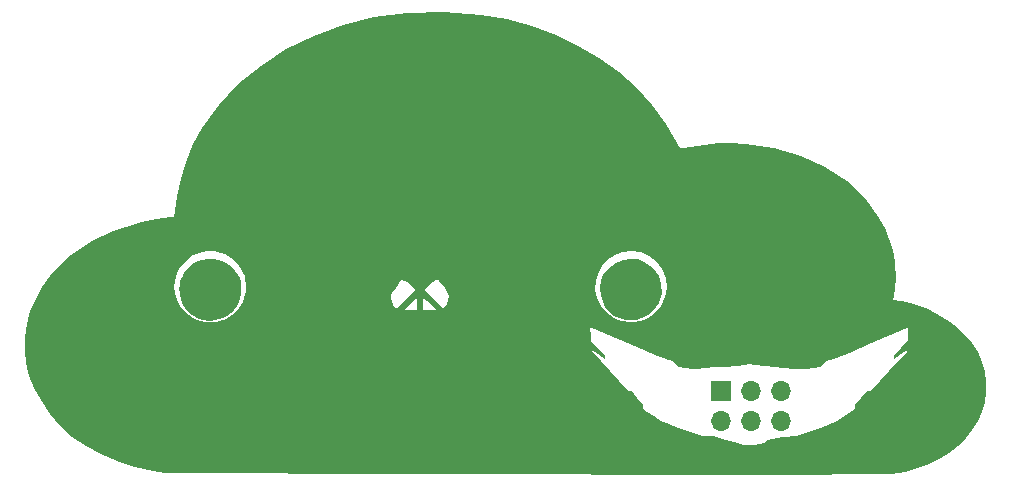
<source format=gtl>
%TF.GenerationSoftware,KiCad,Pcbnew,(5.1.12-1-10_14)*%
%TF.CreationDate,2022-04-05T15:16:14-04:00*%
%TF.ProjectId,sr-71,73722d37-312e-46b6-9963-61645f706362,rev?*%
%TF.SameCoordinates,Original*%
%TF.FileFunction,Copper,L1,Top*%
%TF.FilePolarity,Positive*%
%FSLAX46Y46*%
G04 Gerber Fmt 4.6, Leading zero omitted, Abs format (unit mm)*
G04 Created by KiCad (PCBNEW (5.1.12-1-10_14)) date 2022-04-05 15:16:14*
%MOMM*%
%LPD*%
G01*
G04 APERTURE LIST*
%TA.AperFunction,EtchedComponent*%
%ADD10C,0.150000*%
%TD*%
%TA.AperFunction,ComponentPad*%
%ADD11R,1.700000X1.700000*%
%TD*%
%TA.AperFunction,ComponentPad*%
%ADD12O,1.700000X1.700000*%
%TD*%
G04 APERTURE END LIST*
D10*
G36*
X151635026Y-80512640D02*
G01*
X131833652Y-100736728D01*
X132159214Y-100750169D01*
X132474954Y-100796677D01*
X132781397Y-100876259D01*
X133075953Y-100987879D01*
X133357589Y-101131539D01*
X133625789Y-101306723D01*
X133878487Y-101512396D01*
X134114649Y-101749074D01*
X134315671Y-101998153D01*
X134488785Y-102271523D01*
X134632965Y-102564528D01*
X134747170Y-102869936D01*
X134829333Y-103184129D01*
X134877392Y-103501420D01*
X134889801Y-103815613D01*
X134865010Y-104122056D01*
X134802997Y-104438315D01*
X134714115Y-104739072D01*
X134598360Y-105024325D01*
X134457800Y-105292528D01*
X134293983Y-105542641D01*
X134108465Y-105773117D01*
X133902794Y-105982923D01*
X133678518Y-106171026D01*
X133437188Y-106336391D01*
X133180357Y-106477983D01*
X132909572Y-106593738D01*
X132626386Y-106683138D01*
X132331831Y-106745151D01*
X132028489Y-106778740D01*
X131716881Y-106782867D01*
X131398555Y-106754962D01*
X131049221Y-106682098D01*
X130705572Y-106561176D01*
X130374327Y-106397361D01*
X130061685Y-106194788D01*
X129773847Y-105958627D01*
X129518048Y-105693011D01*
X129299457Y-105402589D01*
X129124792Y-105092532D01*
X128952707Y-104659999D01*
X128846255Y-104234186D01*
X128805430Y-103815605D01*
X128830750Y-103404262D01*
X128941854Y-102884396D01*
X129123755Y-102427061D01*
X129389373Y-102005897D01*
X129752141Y-101595071D01*
X129957296Y-101406452D01*
X130168653Y-101242635D01*
X130387760Y-101103110D01*
X130617204Y-100986839D01*
X130856982Y-100893303D01*
X131109165Y-100821990D01*
X131656934Y-100743443D01*
X131833652Y-100736723D01*
X131833652Y-100736728D01*
X151635026Y-80512640D01*
X167468685Y-100747068D01*
X168303260Y-100845768D01*
X168975053Y-101133090D01*
X169558480Y-101574923D01*
X170096431Y-102248269D01*
X170421477Y-103045117D01*
X170497442Y-103863156D01*
X170350164Y-104671892D01*
X170014265Y-105388127D01*
X169496986Y-105983958D01*
X168900123Y-106410805D01*
X168294473Y-106662469D01*
X167515193Y-106755486D01*
X166626876Y-106666085D01*
X165989188Y-106380314D01*
X165383541Y-105934349D01*
X164952042Y-105417067D01*
X164612529Y-104755609D01*
X164463185Y-104073478D01*
X164473001Y-103320038D01*
X164646118Y-102662712D01*
X164992352Y-102008490D01*
X165452271Y-101508261D01*
X166099260Y-101061261D01*
X166669252Y-100830782D01*
X167468685Y-100747068D01*
X151635026Y-80512640D01*
X151122912Y-103093179D01*
X151230917Y-103256474D01*
X151689287Y-103903465D01*
X151983326Y-104346849D01*
X152029319Y-104479140D01*
X152039135Y-104617631D01*
X151992626Y-104926656D01*
X151877906Y-105247051D01*
X151731144Y-105497683D01*
X151589552Y-105598968D01*
X150748259Y-104815037D01*
X149965878Y-104031105D01*
X150279037Y-103708644D01*
X150684696Y-103356727D01*
X150949798Y-103210482D01*
X151122912Y-103093179D01*
X151635026Y-80512640D01*
X148077105Y-103160356D01*
X148362358Y-103270944D01*
X148651230Y-103458529D01*
X148943200Y-103722596D01*
X149236205Y-104031105D01*
X148455375Y-104815037D01*
X147615632Y-105598968D01*
X147441484Y-105442388D01*
X147238913Y-105049129D01*
X147167600Y-104621251D01*
X147177416Y-104468803D01*
X147224959Y-104328762D01*
X147558273Y-103838351D01*
X148011991Y-103217718D01*
X148077105Y-103160356D01*
X151635026Y-80512640D01*
X149335943Y-104682226D01*
X149369531Y-105201058D01*
X149361276Y-105719375D01*
X148818674Y-105733318D01*
X148276072Y-105724005D01*
X148790253Y-105187604D01*
X149335943Y-104682226D01*
X151635026Y-80512640D01*
X149869242Y-104682226D01*
X150417530Y-105182972D01*
X150929642Y-105719375D01*
X150404610Y-105743134D01*
X149851674Y-105711612D01*
X149819633Y-105176762D01*
X149835640Y-104835695D01*
X149869242Y-104682226D01*
X151635026Y-80512640D01*
X164029617Y-107281035D01*
X164101449Y-107281035D01*
X164173278Y-107281035D01*
X166362809Y-108211728D01*
X168552339Y-109141903D01*
X169473213Y-109527927D01*
X170395122Y-109913433D01*
X170710347Y-109993014D01*
X171026608Y-110073112D01*
X171279304Y-110298423D01*
X171533037Y-110524766D01*
X172100959Y-110617267D01*
X172668885Y-110709768D01*
X173147924Y-110695825D01*
X173626965Y-110682384D01*
X174594864Y-110575413D01*
X175295597Y-110529939D01*
X176501726Y-110482912D01*
X177004019Y-110399198D01*
X177506831Y-110317031D01*
X178009126Y-110401264D01*
X181288512Y-110723725D01*
X181804759Y-110717004D01*
X182322041Y-110709781D01*
X182889448Y-110617280D01*
X183457373Y-110525811D01*
X183711104Y-110299468D01*
X183964318Y-110073644D01*
X184299698Y-109989411D01*
X184635079Y-109904662D01*
X186140412Y-109272141D01*
X187645230Y-108639105D01*
X189242033Y-107961628D01*
X190838836Y-107283634D01*
X190892062Y-107283104D01*
X190945288Y-107282575D01*
X190945288Y-107785903D01*
X190945288Y-108289233D01*
X190341707Y-108935705D01*
X189738643Y-109582177D01*
X189738643Y-109748574D01*
X189738643Y-109914973D01*
X190318969Y-109473661D01*
X190899296Y-109031828D01*
X190852271Y-109154301D01*
X190805244Y-109276258D01*
X189295775Y-110938688D01*
X187786825Y-112600602D01*
X187628178Y-112577875D01*
X187470047Y-112555147D01*
X186971887Y-113156145D01*
X186473727Y-113757141D01*
X186473727Y-113948861D01*
X186473727Y-114140580D01*
X185693928Y-114650628D01*
X184913614Y-115161189D01*
X184315203Y-115408720D01*
X183716271Y-115656767D01*
X182564921Y-116047440D01*
X181414605Y-116438632D01*
X180343352Y-116486175D01*
X179810568Y-116566788D01*
X179069526Y-116769877D01*
X178702107Y-116956946D01*
X178347089Y-117051513D01*
X177992590Y-117146083D01*
X177459806Y-117141956D01*
X177460336Y-117142485D01*
X176927552Y-117137828D01*
X176856755Y-117111476D01*
X176785958Y-117085626D01*
X176500189Y-117012246D01*
X176214934Y-116939383D01*
X175210861Y-116647926D01*
X174480156Y-116439153D01*
X173576337Y-116439153D01*
X172448238Y-116056233D01*
X171320658Y-115673309D01*
X170668503Y-115391673D01*
X170016863Y-115110553D01*
X169426202Y-114738483D01*
X168836057Y-114365894D01*
X168676894Y-114219135D01*
X168516697Y-114072373D01*
X168516697Y-113915277D01*
X168516697Y-113757665D01*
X168018537Y-113156666D01*
X167520374Y-112555671D01*
X167362246Y-112579430D01*
X167203599Y-112603190D01*
X165683795Y-110919056D01*
X164163473Y-109234922D01*
X164130918Y-109136220D01*
X164097327Y-109037001D01*
X164675071Y-109476251D01*
X165251778Y-109915500D01*
X165251778Y-109719128D01*
X165251778Y-109521725D01*
X164667835Y-108934681D01*
X164083891Y-108347121D01*
X164056504Y-107815369D01*
X164030152Y-107283102D01*
X164029623Y-107280985D01*
X164029617Y-107281035D01*
X151635026Y-80512640D01*
X148499301Y-80567932D01*
X145733577Y-80963773D01*
X143089294Y-81622649D01*
X140591257Y-82531120D01*
X138264265Y-83675236D01*
X136133131Y-85040528D01*
X134223170Y-86613558D01*
X132558155Y-88380374D01*
X131163407Y-90327028D01*
X130397563Y-91723324D01*
X129783131Y-93168714D01*
X129331996Y-94634256D01*
X129053977Y-96090499D01*
X128879309Y-97396879D01*
X128812132Y-97878503D01*
X128411121Y-97901231D01*
X127273206Y-98025254D01*
X126041240Y-98263998D01*
X123635702Y-99007623D01*
X121793437Y-99902142D01*
X120087599Y-101088632D01*
X119140370Y-101927858D01*
X118317680Y-102826510D01*
X117622117Y-103777357D01*
X117057292Y-104775746D01*
X116625794Y-105815477D01*
X116330204Y-106889830D01*
X116173626Y-107994154D01*
X116159154Y-109122252D01*
X116278010Y-110261199D01*
X116526572Y-111310232D01*
X116925514Y-112333423D01*
X117494471Y-113396408D01*
X118260834Y-114517270D01*
X119156385Y-115536329D01*
X120177513Y-116451001D01*
X121319563Y-117259737D01*
X122579951Y-117959955D01*
X123954027Y-118548549D01*
X125438173Y-119023455D01*
X127028774Y-119382606D01*
X128010108Y-119562441D01*
X149010894Y-119602747D01*
X179384751Y-119664760D01*
X189559324Y-119598614D01*
X190662099Y-119423947D01*
X191703377Y-119151611D01*
X192676962Y-118789360D01*
X193577683Y-118344944D01*
X194400889Y-117825597D01*
X195140894Y-117239068D01*
X195793050Y-116592596D01*
X196351157Y-115893413D01*
X196811077Y-115148757D01*
X197166610Y-114366892D01*
X197412591Y-113555055D01*
X197544367Y-112719964D01*
X197556246Y-111869887D01*
X197443074Y-111011541D01*
X197199678Y-110153196D01*
X196820890Y-109301568D01*
X196339266Y-108534173D01*
X195739818Y-107815872D01*
X195034953Y-107153895D01*
X194238102Y-106558583D01*
X193363220Y-106037684D01*
X192422708Y-105600503D01*
X191430521Y-105256338D01*
X190400093Y-105013458D01*
X189685924Y-104884268D01*
X189748972Y-104553538D01*
X189881264Y-103123651D01*
X189817184Y-101693247D01*
X189622879Y-100694342D01*
X189329359Y-99730060D01*
X188941784Y-98802984D01*
X188462745Y-97916733D01*
X187249898Y-96280142D01*
X185723376Y-94846119D01*
X183915219Y-93639992D01*
X181859012Y-92688111D01*
X179587316Y-92015802D01*
X177132170Y-91649415D01*
X175934827Y-91585854D01*
X174807763Y-91615826D01*
X171865824Y-92023555D01*
X171617261Y-91981179D01*
X171375932Y-91560015D01*
X170455574Y-89984919D01*
X169269600Y-88354009D01*
X167936349Y-86909138D01*
X166438249Y-85590354D01*
X164788220Y-84404380D01*
X163000216Y-83358966D01*
X161087670Y-82461346D01*
X159064023Y-81718240D01*
X156943221Y-81136363D01*
X154738189Y-80723468D01*
X151635026Y-80512640D01*
G37*
G36*
X132007801Y-101404909D02*
G01*
X131596456Y-101419382D01*
X131188730Y-101488629D01*
X130807357Y-101609551D01*
X130474562Y-101778017D01*
X130225996Y-101956817D01*
X130004823Y-102156805D01*
X129810002Y-102375914D01*
X129643603Y-102611558D01*
X129504594Y-102861155D01*
X129394524Y-103121605D01*
X129312874Y-103391872D01*
X129260164Y-103667825D01*
X129236907Y-103947394D01*
X129243098Y-104227998D01*
X129279272Y-104507051D01*
X129346452Y-104781969D01*
X129444121Y-105050685D01*
X129572795Y-105309585D01*
X129732990Y-105556598D01*
X129925228Y-105789658D01*
X130111778Y-105975176D01*
X130306083Y-106135374D01*
X130511238Y-106272833D01*
X130730348Y-106387037D01*
X130966507Y-106481607D01*
X131223340Y-106556537D01*
X131809866Y-106654722D01*
X132243949Y-106609248D01*
X132613953Y-106529666D01*
X132965352Y-106397891D01*
X133292980Y-106217024D01*
X133591155Y-105992231D01*
X133856770Y-105727130D01*
X134083629Y-105426372D01*
X134266565Y-105094095D01*
X134401957Y-104734426D01*
X134453633Y-104442972D01*
X134475858Y-104069351D01*
X134467603Y-103689528D01*
X134426778Y-103379987D01*
X134324974Y-103063209D01*
X134170979Y-102755737D01*
X133971509Y-102463764D01*
X133733278Y-102195045D01*
X133463012Y-101955267D01*
X133166390Y-101751146D01*
X132851163Y-101589398D01*
X132523019Y-101476228D01*
X132272903Y-101427134D01*
X132007801Y-101404909D01*
G37*
G36*
X167479019Y-101408534D02*
G01*
X166803094Y-101485015D01*
X166159720Y-101739779D01*
X165588180Y-102188849D01*
X165217142Y-102633264D01*
X164967028Y-103156232D01*
X164835771Y-103853345D01*
X164888481Y-104560280D01*
X165295175Y-105522495D01*
X166016577Y-106213407D01*
X166945204Y-106598916D01*
X167950308Y-106595820D01*
X168936297Y-106180340D01*
X169449443Y-105731789D01*
X169824614Y-105162831D01*
X170069044Y-104271929D01*
X170033902Y-103556213D01*
X169823580Y-102875117D01*
X169303716Y-102157332D01*
X168576112Y-101648834D01*
X168043328Y-101457630D01*
X167479019Y-101409055D01*
X167479019Y-101408526D01*
X167479019Y-101408534D01*
G37*
D11*
X175094900Y-112585500D03*
D12*
X175094900Y-115125500D03*
X177634900Y-112585500D03*
X177634900Y-115125500D03*
X180174900Y-112585500D03*
X180174900Y-115125500D03*
M02*

</source>
